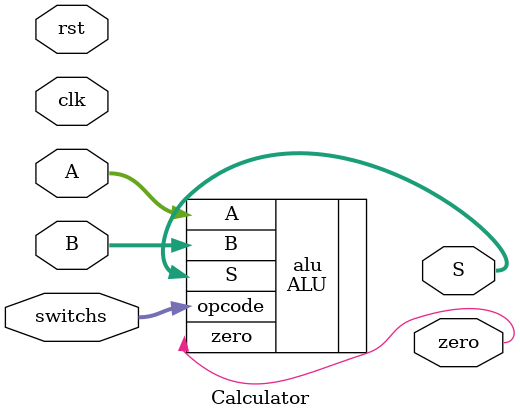
<source format=v>
module Calculator (
    input wire clk,
    input wire rst,

    input wire [3:0] switchs,

    input wire [7:0] A,
    input wire [7:0] B,
    output reg [7:0] S,

    output wire zero
);
    

ALU alu (
    .opcode(switchs),
    .A(A),
    .B(B),
    .S(S),
    .zero(zero)
);


endmodule

</source>
